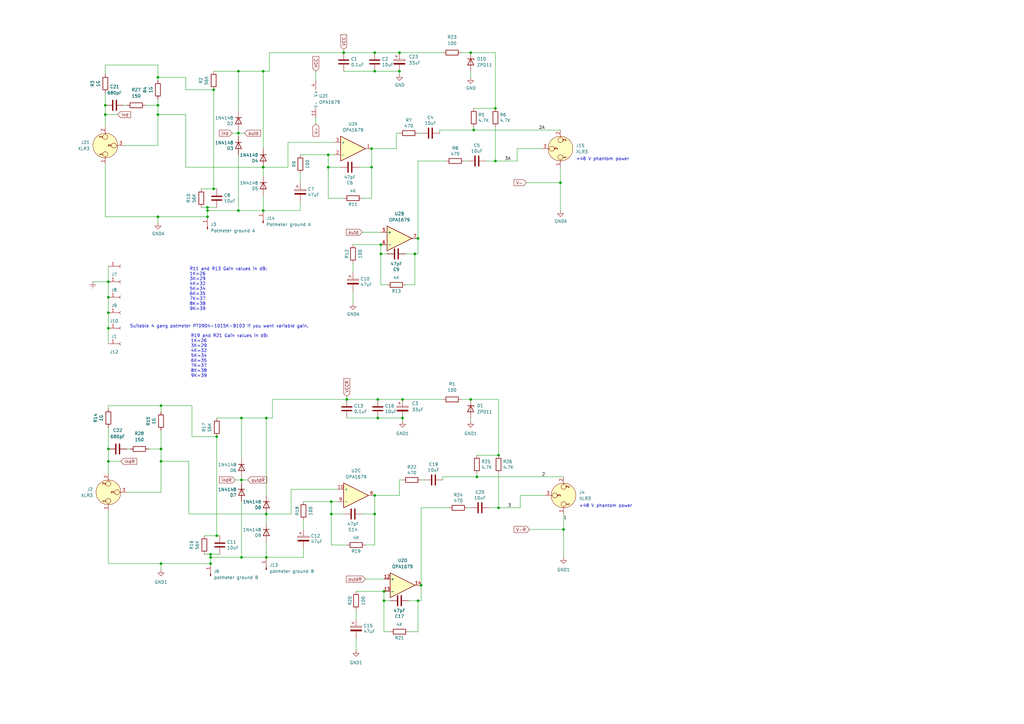
<source format=kicad_sch>
(kicad_sch (version 20231120) (generator "eeschema") (generator_version "8.0")
  (paper "A3")
  (title_block (title "High Z amplifier for piezo electric crystal") (date "27 07 2020"))
  (lib_symbols
    (symbol "Amplifier_Operational:OPA1679" (pin_names (offset 0.127))
      (property "Reference" "U" (at 0 5.08 0))
      (property "Value" "OPA1679" (at 0 -5.08 0))
      (symbol "OPA1679_1_1"
        (pin output line (at 7.62 0 180) (length 2.54) (name "~") (number "1"))
        (pin input line (at -7.62 -2.54 0) (length 2.54) (name "-") (number "2"))
        (pin input line (at -7.62 2.54 0) (length 2.54) (name "+") (number "3"))
      )
      (symbol "OPA1679_2_1"
        (pin input line (at -7.62 2.54 0) (length 2.54) (name "+") (number "5"))
        (pin input line (at -7.62 -2.54 0) (length 2.54) (name "-") (number "6"))
        (pin output line (at 7.62 0 180) (length 2.54) (name "~") (number "7"))
      )
      (symbol "OPA1679_3_1"
        (pin input line (at -7.62 2.54 0) (length 2.54) (name "+") (number "10"))
        (pin output line (at 7.62 0 180) (length 2.54) (name "~") (number "8"))
        (pin input line (at -7.62 -2.54 0) (length 2.54) (name "-") (number "9"))
      )
      (symbol "OPA1679_4_1"
        (pin input line (at -7.62 2.54 0) (length 2.54) (name "+") (number "12"))
        (pin input line (at -7.62 -2.54 0) (length 2.54) (name "-") (number "13"))
        (pin output line (at 7.62 0 180) (length 2.54) (name "~") (number "14"))
      )
      (symbol "OPA1679_5_1"
        (pin power_in line (at -2.54 -7.62 90) (length 3.81) (name "V-") (number "11"))
        (pin power_in line (at -2.54 7.62 270) (length 3.81) (name "V+") (number "4"))
      )
    )
    (symbol "Connector:Conn_01x01_Pin" (pin_names (offset 1.016) hide)
      (property "Reference" "J" (at 0 2.54 0))
      (property "Value" "Conn_01x01_Pin" (at 0 -2.54 0))
      (symbol "Conn_01x01_Pin_1_1"
        (pin passive line (at 5.08 0 180) (length 3.81) (name "Pin_1") (number "1"))
      )
    )
    (symbol "Connector_Audio:XLR3" (pin_names hide)
      (property "Reference" "J" (at 0 8.89 0))
      (property "Value" "XLR3" (at 0 6.35 0))
      (symbol "XLR3_0_1"
        (text "1" (at -3.556 1.778 0) (effects (font (size 1.016 1.016) (bold yes))))
        (text "2" (at 3.556 1.778 0) (effects (font (size 1.016 1.016) (bold yes))))
        (text "3" (at 0 -1.778 0) (effects (font (size 1.016 1.016) (bold yes))))
        (pin passive line (at -7.62 0 0) (length 2.54) (name "~") (number "1"))
        (pin passive line (at 7.62 0 180) (length 2.54) (name "~") (number "2"))
        (pin passive line (at 0 -7.62 90) (length 2.54) (name "~") (number "3"))
      )
    )
    (symbol "Device:C" (pin_numbers hide) (pin_names (offset 0.254))
      (property "Reference" "C" (at 0.635 2.54 0))
      (property "Value" "C" (at 0.635 -2.54 0))
      (symbol "C_1_1"
        (pin passive line (at 0 3.81 270) (length 2.794) (name "~") (number "1"))
        (pin passive line (at 0 -3.81 90) (length 2.794) (name "~") (number "2"))
      )
    )
    (symbol "Device:C_Polarized" (pin_numbers hide) (pin_names (offset 0.254))
      (property "Reference" "C" (at 0.635 2.54 0))
      (property "Value" "C_Polarized" (at 0.635 -2.54 0))
      (symbol "C_Polarized_1_1"
        (pin passive line (at 0 3.81 270) (length 2.794) (name "~") (number "1"))
        (pin passive line (at 0 -3.81 90) (length 2.794) (name "~") (number "2"))
      )
    )
    (symbol "Device:D" (pin_numbers hide) (pin_names (offset 1.016) hide)
      (property "Reference" "D" (at 0 2.54 0))
      (property "Value" "D" (at 0 -2.54 0))
      (symbol "D_1_1"
        (pin passive line (at -3.81 0 0) (length 2.54) (name "K") (number "1"))
        (pin passive line (at 3.81 0 180) (length 2.54) (name "A") (number "2"))
      )
    )
    (symbol "Device:R" (pin_numbers hide) (pin_names (offset 0))
      (property "Reference" "R" (at 2.032 0 90))
      (property "Value" "R" (at 0 0 90))
      (symbol "R_1_1"
        (pin passive line (at 0 3.81 270) (length 1.27) (name "~") (number "1"))
        (pin passive line (at 0 -3.81 90) (length 1.27) (name "~") (number "2"))
      )
    )
    (symbol "Diode:ZPDxx" (pin_numbers hide) (pin_names hide)
      (property "Reference" "D" (at 0 2.54 0))
      (property "Value" "ZPDxx" (at 0 -2.54 0))
      (symbol "ZPDxx_1_1"
        (pin passive line (at -3.81 0 0) (length 2.54) (name "K") (number "1"))
        (pin passive line (at 3.81 0 180) (length 2.54) (name "A") (number "2"))
      )
    )
    (symbol "double-gain-rescue:CP-Device" (pin_numbers hide) (pin_names (offset 0.254))
      (property "Reference" "C" (at 0.635 2.54 0))
      (property "Value" "Device_CP" (at 0.635 -2.54 0))
      (symbol "CP-Device_1_1"
        (pin passive line (at 0 3.81 270) (length 2.794) (name "~") (number "1"))
        (pin passive line (at 0 -3.81 90) (length 2.794) (name "~") (number "2"))
      )
    )
    (symbol "double-gain-rescue:Conn_01x01_Female-Connector" (pin_names (offset 1.016) hide)
      (property "Reference" "J" (at 0 2.54 0))
      (property "Value" "Connector_Conn_01x01_Female" (at 0 -2.54 0))
      (symbol "Conn_01x01_Female-Connector_1_1"
        (pin passive line (at -5.08 0 0) (length 3.81) (name "Pin_1") (number "1"))
      )
    )
    (symbol "double-gain-rescue:Earth-power" (power) (pin_names (offset 0))
      (symbol "Earth-power_1_1"
        (pin power_in line (at 0 0 270) (length 0) hide (name "Earth") (number "1"))
      )
    )
    (symbol "double-gain-rescue:GND-power" (power) (pin_names (offset 0))
      (property "Value" "power_GND" (at 0 -3.81 0))
      (symbol "GND-power_1_1"
        (pin power_in line (at 0 0 270) (length 0) hide (name "GND") (number "1"))
      )
    )
    (symbol "power:GND1" (power) (pin_numbers hide) (pin_names (offset 0) hide)
      (property "Value" "GND1" (at 0 -3.81 0))
      (symbol "GND1_1_1"
        (pin power_in line (at 0 0 270) (length 0) (name "~") (number "1"))
      )
    )
  )
  (junction (at 204.47 208.28))
  (junction (at 44.45 184.15))
  (junction (at 153.67 21.59))
  (junction (at 44.45 121.92))
  (junction (at 154.94 171.45))
  (junction (at 86.36 228.6))
  (junction (at 194.31 53.34))
  (junction (at 152.4 60.96))
  (junction (at 157.48 246.38))
  (junction (at 135.89 205.74))
  (junction (at 193.04 163.83))
  (junction (at 153.67 203.2))
  (junction (at 107.95 86.36))
  (junction (at 152.4 68.58))
  (junction (at 163.83 29.21))
  (junction (at 85.09 85.09))
  (junction (at 193.04 21.59))
  (junction (at 97.79 54.61))
  (junction (at 86.36 227.33))
  (junction (at 88.9 219.71))
  (junction (at 109.22 171.45))
  (junction (at 97.79 86.36))
  (junction (at 134.62 68.58))
  (junction (at 86.36 231.14))
  (junction (at 156.21 100.33))
  (junction (at 142.24 163.83))
  (junction (at 165.1 171.45))
  (junction (at 44.45 128.27))
  (junction (at 44.45 115.57))
  (junction (at 64.77 31.75))
  (junction (at 231.14 217.17))
  (junction (at 64.77 46.99))
  (junction (at 107.95 68.58))
  (junction (at 85.09 86.36))
  (junction (at 43.18 43.18))
  (junction (at 87.63 77.47))
  (junction (at 99.06 171.45))
  (junction (at 153.67 29.21))
  (junction (at 156.21 104.14))
  (junction (at 66.04 166.37))
  (junction (at 44.45 189.23))
  (junction (at 171.45 97.79))
  (junction (at 66.04 184.15))
  (junction (at 170.18 104.14))
  (junction (at 203.2 66.04))
  (junction (at 140.97 21.59))
  (junction (at 203.2 44.45))
  (junction (at 109.22 210.82))
  (junction (at 87.63 36.83))
  (junction (at 204.47 186.69))
  (junction (at 66.04 189.23))
  (junction (at 109.22 228.6))
  (junction (at 97.79 29.21))
  (junction (at 172.72 240.03))
  (junction (at 107.95 29.21))
  (junction (at 157.48 242.57))
  (junction (at 163.83 21.59))
  (junction (at 165.1 163.83))
  (junction (at 99.06 196.85))
  (junction (at 171.45 246.38))
  (junction (at 154.94 163.83))
  (junction (at 44.45 134.62))
  (junction (at 64.77 43.18))
  (junction (at 85.09 88.9))
  (junction (at 153.67 210.82))
  (junction (at 66.04 231.14))
  (junction (at 43.18 46.99))
  (junction (at 88.9 179.07))
  (junction (at 64.77 88.9))
  (junction (at 134.62 63.5))
  (junction (at 229.87 74.93))
  (junction (at 135.89 210.82))
  (junction (at 195.58 195.58))
  (junction (at 99.06 228.6))
  (wire (pts (xy 146.05 242.57) (xy 157.48 242.57)))
  (wire (pts (xy 231.14 217.17) (xy 231.14 210.82)))
  (wire (pts (xy 111.76 171.45) (xy 109.22 171.45)))
  (wire (pts (xy 144.78 111.76) (xy 144.78 107.95)))
  (wire (pts (xy 85.09 86.36) (xy 97.79 86.36)))
  (wire (pts (xy 134.62 81.28) (xy 134.62 68.58)))
  (wire (pts (xy 86.36 231.14) (xy 66.04 231.14)))
  (wire (pts (xy 166.37 116.84) (xy 170.18 116.84)))
  (wire (pts (xy 165.1 172.72) (xy 165.1 171.45)))
  (wire (pts (xy 97.79 63.5) (xy 97.79 86.36)))
  (wire (pts (xy 204.47 163.83) (xy 204.47 186.69)))
  (wire (pts (xy 137.16 58.42) (xy 118.11 58.42)))
  (wire (pts (xy 107.95 29.21) (xy 107.95 60.96)))
  (wire (pts (xy 157.48 246.38) (xy 157.48 259.08)))
  (wire (pts (xy 152.4 60.96) (xy 152.4 68.58)))
  (wire (pts (xy 140.97 21.59) (xy 140.97 20.32)))
  (wire (pts (xy 138.43 200.66) (xy 119.38 200.66)))
  (wire (pts (xy 110.49 21.59) (xy 110.49 29.21)))
  (wire (pts (xy 87.63 36.83) (xy 87.63 77.47)))
  (wire (pts (xy 149.86 237.49) (xy 157.48 237.49)))
  (wire (pts (xy 200.66 208.28) (xy 204.47 208.28)))
  (wire (pts (xy 66.04 166.37) (xy 66.04 168.91)))
  (wire (pts (xy 171.45 66.04) (xy 171.45 97.79)))
  (wire (pts (xy 142.24 171.45) (xy 154.94 171.45)))
  (wire (pts (xy 135.89 223.52) (xy 135.89 210.82)))
  (wire (pts (xy 124.46 217.17) (xy 124.46 213.36)))
  (wire (pts (xy 156.21 100.33) (xy 156.21 104.14)))
  (wire (pts (xy 129.54 48.26) (xy 129.54 50.8)))
  (wire (pts (xy 165.1 163.83) (xy 181.61 163.83)))
  (wire (pts (xy 77.47 189.23) (xy 77.47 210.82)))
  (wire (pts (xy 181.61 195.58) (xy 181.61 196.85)))
  (wire (pts (xy 134.62 63.5) (xy 137.16 63.5)))
  (wire (pts (xy 189.23 21.59) (xy 193.04 21.59)))
  (wire (pts (xy 111.76 163.83) (xy 111.76 171.45)))
  (wire (pts (xy 153.67 203.2) (xy 163.83 203.2)))
  (wire (pts (xy 107.95 80.01) (xy 107.95 86.36)))
  (wire (pts (xy 43.18 26.67) (xy 64.77 26.67)))
  (wire (pts (xy 167.64 259.08) (xy 171.45 259.08)))
  (wire (pts (xy 204.47 208.28) (xy 213.36 208.28)))
  (wire (pts (xy 180.34 53.34) (xy 180.34 54.61)))
  (wire (pts (xy 148.59 81.28) (xy 152.4 81.28)))
  (wire (pts (xy 43.18 67.31) (xy 43.18 88.9)))
  (wire (pts (xy 124.46 205.74) (xy 135.89 205.74)))
  (wire (pts (xy 123.19 82.55) (xy 123.19 86.36)))
  (wire (pts (xy 60.96 184.15) (xy 66.04 184.15)))
  (wire (pts (xy 194.31 53.34) (xy 180.34 53.34)))
  (wire (pts (xy 147.32 68.58) (xy 152.4 68.58)))
  (wire (pts (xy 231.14 228.6) (xy 231.14 217.17)))
  (wire (pts (xy 134.62 68.58) (xy 134.62 63.5)))
  (wire (pts (xy 86.36 227.33) (xy 86.36 228.6)))
  (wire (pts (xy 96.52 196.85) (xy 99.06 196.85)))
  (wire (pts (xy 123.19 74.93) (xy 123.19 71.12)))
  (wire (pts (xy 99.06 187.96) (xy 99.06 171.45)))
  (wire (pts (xy 64.77 31.75) (xy 64.77 33.02)))
  (wire (pts (xy 44.45 175.26) (xy 44.45 184.15)))
  (wire (pts (xy 118.11 58.42) (xy 118.11 68.58)))
  (wire (pts (xy 156.21 104.14) (xy 156.21 116.84)))
  (wire (pts (xy 87.63 29.21) (xy 97.79 29.21)))
  (wire (pts (xy 99.06 171.45) (xy 109.22 171.45)))
  (wire (pts (xy 99.06 195.58) (xy 99.06 196.85)))
  (wire (pts (xy 109.22 171.45) (xy 109.22 203.2)))
  (wire (pts (xy 52.07 201.93) (xy 66.04 201.93)))
  (wire (pts (xy 139.7 68.58) (xy 134.62 68.58)))
  (wire (pts (xy 107.95 72.39) (xy 107.95 68.58)))
  (wire (pts (xy 229.87 74.93) (xy 229.87 68.58)))
  (wire (pts (xy 49.53 189.23) (xy 44.45 189.23)))
  (wire (pts (xy 194.31 52.07) (xy 194.31 53.34)))
  (wire (pts (xy 153.67 21.59) (xy 163.83 21.59)))
  (wire (pts (xy 66.04 233.68) (xy 66.04 231.14)))
  (wire (pts (xy 44.45 189.23) (xy 44.45 194.31)))
  (wire (pts (xy 43.18 26.67) (xy 43.18 30.48)))
  (wire (pts (xy 88.9 219.71) (xy 83.82 219.71)))
  (wire (pts (xy 144.78 100.33) (xy 156.21 100.33)))
  (wire (pts (xy 43.18 38.1) (xy 43.18 43.18)))
  (wire (pts (xy 86.36 227.33) (xy 83.82 227.33)))
  (wire (pts (xy 140.97 210.82) (xy 135.89 210.82)))
  (wire (pts (xy 140.97 29.21) (xy 153.67 29.21)))
  (wire (pts (xy 152.4 68.58) (xy 152.4 81.28)))
  (wire (pts (xy 44.45 134.62) (xy 44.45 140.97)))
  (wire (pts (xy 66.04 189.23) (xy 66.04 201.93)))
  (wire (pts (xy 163.83 54.61) (xy 162.56 54.61)))
  (wire (pts (xy 66.04 176.53) (xy 66.04 184.15)))
  (wire (pts (xy 154.94 171.45) (xy 165.1 171.45)))
  (wire (pts (xy 146.05 261.62) (xy 146.05 266.7)))
  (wire (pts (xy 48.26 46.99) (xy 43.18 46.99)))
  (wire (pts (xy 123.19 63.5) (xy 134.62 63.5)))
  (wire (pts (xy 88.9 179.07) (xy 88.9 219.71)))
  (wire (pts (xy 146.05 254) (xy 146.05 250.19)))
  (wire (pts (xy 231.14 195.58) (xy 195.58 195.58)))
  (wire (pts (xy 109.22 222.25) (xy 109.22 228.6)))
  (wire (pts (xy 86.36 228.6) (xy 86.36 231.14)))
  (wire (pts (xy 154.94 163.83) (xy 165.1 163.83)))
  (wire (pts (xy 171.45 97.79) (xy 171.45 104.14)))
  (wire (pts (xy 97.79 29.21) (xy 107.95 29.21)))
  (wire (pts (xy 90.17 227.33) (xy 86.36 227.33)))
  (wire (pts (xy 85.09 85.09) (xy 82.55 85.09)))
  (wire (pts (xy 64.77 40.64) (xy 64.77 43.18)))
  (wire (pts (xy 66.04 184.15) (xy 66.04 189.23)))
  (wire (pts (xy 124.46 228.6) (xy 109.22 228.6)))
  (wire (pts (xy 170.18 104.14) (xy 171.45 104.14)))
  (wire (pts (xy 76.2 46.99) (xy 76.2 68.58)))
  (wire (pts (xy 44.45 166.37) (xy 44.45 167.64)))
  (wire (pts (xy 123.19 86.36) (xy 107.95 86.36)))
  (wire (pts (xy 193.04 163.83) (xy 204.47 163.83)))
  (wire (pts (xy 191.77 66.04) (xy 190.5 66.04)))
  (wire (pts (xy 142.24 223.52) (xy 135.89 223.52)))
  (wire (pts (xy 118.11 68.58) (xy 107.95 68.58)))
  (wire (pts (xy 217.17 217.17) (xy 231.14 217.17)))
  (wire (pts (xy 204.47 194.31) (xy 204.47 208.28)))
  (wire (pts (xy 90.17 219.71) (xy 88.9 219.71)))
  (wire (pts (xy 165.1 196.85) (xy 163.83 196.85)))
  (wire (pts (xy 44.45 184.15) (xy 44.45 189.23)))
  (wire (pts (xy 44.45 231.14) (xy 66.04 231.14)))
  (wire (pts (xy 97.79 54.61) (xy 97.79 55.88)))
  (wire (pts (xy 153.67 210.82) (xy 153.67 223.52)))
  (wire (pts (xy 163.83 203.2) (xy 163.83 196.85)))
  (wire (pts (xy 85.09 85.09) (xy 85.09 86.36)))
  (wire (pts (xy 154.94 163.83) (xy 142.24 163.83)))
  (wire (pts (xy 203.2 66.04) (xy 212.09 66.04)))
  (wire (pts (xy 212.09 60.96) (xy 212.09 66.04)))
  (wire (pts (xy 44.45 109.22) (xy 44.45 115.57)))
  (wire (pts (xy 50.8 43.18) (xy 52.07 43.18)))
  (wire (pts (xy 189.23 163.83) (xy 193.04 163.83)))
  (wire (pts (xy 119.38 210.82) (xy 109.22 210.82)))
  (wire (pts (xy 163.83 30.48) (xy 163.83 29.21)))
  (wire (pts (xy 163.83 21.59) (xy 181.61 21.59)))
  (wire (pts (xy 144.78 119.38) (xy 144.78 124.46)))
  (wire (pts (xy 43.18 46.99) (xy 43.18 52.07)))
  (wire (pts (xy 213.36 203.2) (xy 213.36 208.28)))
  (wire (pts (xy 78.74 179.07) (xy 88.9 179.07)))
  (wire (pts (xy 44.45 115.57) (xy 44.45 121.92)))
  (wire (pts (xy 64.77 91.44) (xy 64.77 88.9)))
  (wire (pts (xy 148.59 95.25) (xy 156.21 95.25)))
  (wire (pts (xy 195.58 186.69) (xy 204.47 186.69)))
  (wire (pts (xy 76.2 68.58) (xy 107.95 68.58)))
  (wire (pts (xy 153.67 29.21) (xy 163.83 29.21)))
  (wire (pts (xy 140.97 81.28) (xy 134.62 81.28)))
  (wire (pts (xy 203.2 52.07) (xy 203.2 66.04)))
  (wire (pts (xy 171.45 259.08) (xy 171.45 246.38)))
  (wire (pts (xy 50.8 59.69) (xy 64.77 59.69)))
  (wire (pts (xy 158.75 104.14) (xy 156.21 104.14)))
  (wire (pts (xy 109.22 228.6) (xy 99.06 228.6)))
  (wire (pts (xy 172.72 240.03) (xy 172.72 246.38)))
  (wire (pts (xy 43.18 43.18) (xy 43.18 46.99)))
  (wire (pts (xy 44.45 121.92) (xy 44.45 128.27)))
  (wire (pts (xy 77.47 210.82) (xy 109.22 210.82)))
  (wire (pts (xy 44.45 115.57) (xy 38.1 115.57)))
  (wire (pts (xy 129.54 29.21) (xy 129.54 33.02)))
  (wire (pts (xy 149.86 223.52) (xy 153.67 223.52)))
  (wire (pts (xy 86.36 228.6) (xy 99.06 228.6)))
  (wire (pts (xy 44.45 166.37) (xy 66.04 166.37)))
  (wire (pts (xy 78.74 166.37) (xy 78.74 179.07)))
  (wire (pts (xy 95.25 54.61) (xy 97.79 54.61)))
  (wire (pts (xy 167.64 246.38) (xy 171.45 246.38)))
  (wire (pts (xy 64.77 43.18) (xy 64.77 46.99)))
  (wire (pts (xy 157.48 259.08) (xy 160.02 259.08)))
  (wire (pts (xy 199.39 66.04) (xy 203.2 66.04)))
  (wire (pts (xy 64.77 26.67) (xy 64.77 31.75)))
  (wire (pts (xy 203.2 44.45) (xy 203.2 21.59)))
  (wire (pts (xy 85.09 86.36) (xy 85.09 88.9)))
  (wire (pts (xy 99.06 205.74) (xy 99.06 228.6)))
  (wire (pts (xy 64.77 46.99) (xy 76.2 46.99)))
  (wire (pts (xy 172.72 54.61) (xy 171.45 54.61)))
  (wire (pts (xy 172.72 208.28) (xy 172.72 240.03)))
  (wire (pts (xy 109.22 214.63) (xy 109.22 210.82)))
  (wire (pts (xy 153.67 203.2) (xy 153.67 210.82)))
  (wire (pts (xy 44.45 209.55) (xy 44.45 231.14)))
  (wire (pts (xy 100.33 54.61) (xy 97.79 54.61)))
  (wire (pts (xy 101.6 196.85) (xy 99.06 196.85)))
  (wire (pts (xy 223.52 203.2) (xy 213.36 203.2)))
  (wire (pts (xy 193.04 171.45) (xy 193.04 172.72)))
  (wire (pts (xy 124.46 224.79) (xy 124.46 228.6)))
  (wire (pts (xy 119.38 200.66) (xy 119.38 210.82)))
  (wire (pts (xy 193.04 21.59) (xy 203.2 21.59)))
  (wire (pts (xy 135.89 210.82) (xy 135.89 205.74)))
  (wire (pts (xy 156.21 116.84) (xy 158.75 116.84)))
  (wire (pts (xy 222.25 60.96) (xy 212.09 60.96)))
  (wire (pts (xy 88.9 85.09) (xy 85.09 85.09)))
  (wire (pts (xy 97.79 53.34) (xy 97.79 54.61)))
  (wire (pts (xy 87.63 77.47) (xy 82.55 77.47)))
  (wire (pts (xy 157.48 242.57) (xy 157.48 246.38)))
  (wire (pts (xy 148.59 210.82) (xy 153.67 210.82)))
  (wire (pts (xy 111.76 163.83) (xy 142.24 163.83)))
  (wire (pts (xy 170.18 116.84) (xy 170.18 104.14)))
  (wire (pts (xy 64.77 46.99) (xy 64.77 59.69)))
  (wire (pts (xy 193.04 208.28) (xy 191.77 208.28)))
  (wire (pts (xy 215.9 74.93) (xy 229.87 74.93)))
  (wire (pts (xy 110.49 29.21) (xy 107.95 29.21)))
  (wire (pts (xy 52.07 184.15) (xy 53.34 184.15)))
  (wire (pts (xy 66.04 189.23) (xy 77.47 189.23)))
  (wire (pts (xy 195.58 194.31) (xy 195.58 195.58)))
  (wire (pts (xy 173.99 196.85) (xy 172.72 196.85)))
  (wire (pts (xy 229.87 86.36) (xy 229.87 74.93)))
  (wire (pts (xy 160.02 246.38) (xy 157.48 246.38)))
  (wire (pts (xy 152.4 60.96) (xy 162.56 60.96)))
  (wire (pts (xy 64.77 31.75) (xy 76.2 31.75)))
  (wire (pts (xy 88.9 171.45) (xy 99.06 171.45)))
  (wire (pts (xy 110.49 21.59) (xy 140.97 21.59)))
  (wire (pts (xy 76.2 36.83) (xy 87.63 36.83)))
  (wire (pts (xy 171.45 246.38) (xy 172.72 246.38)))
  (wire (pts (xy 162.56 60.96) (xy 162.56 54.61)))
  (wire (pts (xy 76.2 31.75) (xy 76.2 36.83)))
  (wire (pts (xy 142.24 163.83) (xy 142.24 162.56)))
  (wire (pts (xy 99.06 196.85) (xy 99.06 198.12)))
  (wire (pts (xy 97.79 45.72) (xy 97.79 29.21)))
  (wire (pts (xy 229.87 53.34) (xy 194.31 53.34)))
  (wire (pts (xy 85.09 88.9) (xy 64.77 88.9)))
  (wire (pts (xy 43.18 88.9) (xy 64.77 88.9)))
  (wire (pts (xy 193.04 29.21) (xy 193.04 31.75)))
  (wire (pts (xy 182.88 66.04) (xy 171.45 66.04)))
  (wire (pts (xy 195.58 195.58) (xy 181.61 195.58)))
  (wire (pts (xy 107.95 86.36) (xy 97.79 86.36)))
  (wire (pts (xy 184.15 208.28) (xy 172.72 208.28)))
  (wire (pts (xy 44.45 128.27) (xy 44.45 134.62)))
  (wire (pts (xy 88.9 77.47) (xy 87.63 77.47)))
  (wire (pts (xy 66.04 166.37) (xy 78.74 166.37)))
  (wire (pts (xy 166.37 104.14) (xy 170.18 104.14)))
  (wire (pts (xy 59.69 43.18) (xy 64.77 43.18)))
  (wire (pts (xy 135.89 205.74) (xy 138.43 205.74)))
  (wire (pts (xy 194.31 44.45) (xy 203.2 44.45)))
  (wire (pts (xy 153.67 21.59) (xy 140.97 21.59)))
  (text "Suitable 4 gang potmeter PTD904-1015K-B103 if you want variable gain." (at 89.916 133.858 0) (effects (font (size 1.27 1.27))))
  (text "+48 V phantom power" (at 237.49 208.28 0) (effects (font (size 1.27 1.27)) (justify left bottom)))
  (text "+48 V phantom power" (at 236.22 66.04 0) (effects (font (size 1.27 1.27)) (justify left bottom)))
  (text "R19 and R21 Gain values in dB:\n1K=26\n3K=29\n4K=32\n5K=34\n6K=35\n7K=37\n8K=38\n9K=39" (at 78.232 154.94 0) (effects (font (size 1.27 1.27)) (justify left bottom)))
  (text "R11 and R13 Gain values in dB:\n1K=26\n3K=29\n4K=32\n5K=34\n6K=35\n7K=37\n8K=38\n9K=39" (at 77.724 127.508 0) (effects (font (size 1.27 1.27)) (justify left bottom)))
  (label "2" (at 222.25 195.58 0))
  (label "1" (at 231.14 213.36 0))
  (label "3" (at 208.28 208.28 0))
  (label "2A" (at 220.98 53.34 0))
  (label "3A" (at 207.01 66.04 0))
  (global_label "ind" (shape input) (at 95.25 54.61 180) (property "Intersheetrefs" "${INTERSHEET_REFS}" (effects (hide yes))))
  (global_label "outd" (shape input) (at 100.33 54.61 0) (property "Intersheetrefs" "${INTERSHEET_REFS}" (effects (hide yes))))
  (global_label "V-" (shape input) (at 129.54 50.8 270) (property "Intersheetrefs" "${INTERSHEET_REFS}" (effects (hide yes))))
  (global_label "indR" (shape input) (at 49.53 189.23 0) (property "Intersheetrefs" "${INTERSHEET_REFS}" (effects (hide yes))))
  (global_label "outd" (shape input) (at 148.59 95.25 180) (property "Intersheetrefs" "${INTERSHEET_REFS}" (effects (hide yes))))
  (global_label "V-" (shape input) (at 215.9 74.93 180) (property "Intersheetrefs" "${INTERSHEET_REFS}" (effects (hide yes))))
  (global_label "V-R" (shape input) (at 217.17 217.17 180) (property "Intersheetrefs" "${INTERSHEET_REFS}" (effects (hide yes))))
  (global_label "ind" (shape input) (at 48.26 46.99 0) (property "Intersheetrefs" "${INTERSHEET_REFS}" (effects (hide yes))))
  (global_label "outdR" (shape input) (at 101.6 196.85 0) (property "Intersheetrefs" "${INTERSHEET_REFS}" (effects (hide yes))))
  (global_label "VCC" (shape input) (at 129.54 29.21 90) (property "Intersheetrefs" "${INTERSHEET_REFS}" (effects (hide yes))))
  (global_label "outdR" (shape input) (at 149.86 237.49 180) (property "Intersheetrefs" "${INTERSHEET_REFS}" (effects (hide yes))))
  (global_label "VCCR" (shape input) (at 142.24 162.56 90) (property "Intersheetrefs" "${INTERSHEET_REFS}" (effects (hide yes))))
  (global_label "VCC" (shape input) (at 140.97 20.32 90) (property "Intersheetrefs" "${INTERSHEET_REFS}" (effects (hide yes))))
  (global_label "indR" (shape input) (at 96.52 196.85 180) (property "Intersheetrefs" "${INTERSHEET_REFS}" (effects (hide yes))))
  (symbol (lib_id "Device:C") (at 176.53 54.61 270) (unit 1)
    (property "Reference" "C4" (at 176.53 48.2092 90))
    (property "Value" "10uF" (at 176.53 50.5206 90))
    (property "Footprint" "Capacitor_THT:C_Rect_L18.0mm_W9.0mm_P15.00mm_FKS3_FKP3" (effects (hide yes)))
    (property "mfr" "  B32522C0106K000" (effects (hide yes)))
  )
  (symbol (lib_id "Device:R") (at 167.64 54.61 270) (unit 1)
    (property "Reference" "R7" (at 167.64 49.3522 90))
    (property "Value" "470" (at 167.64 51.6636 90))
    (property "Footprint" "Resistor_THT:R_Axial_DIN0204_L3.6mm_D1.6mm_P5.08mm_Horizontal" (effects (hide yes)))
    (property "mfr" "  MFR-25FTE52-470R" (effects (hide yes)))
  )
  (symbol (lib_id "Device:R") (at 186.69 66.04 270) (unit 1)
    (property "Reference" "R8" (at 186.69 60.7822 90))
    (property "Value" "470" (at 186.69 63.0936 90))
    (property "Footprint" "Resistor_THT:R_Axial_DIN0204_L3.6mm_D1.6mm_P5.08mm_Horizontal" (effects (hide yes)))
    (property "mfr" "  MFR-25FTE52-470R" (effects (hide yes)))
  )
  (symbol (lib_id "Device:C") (at 195.58 66.04 270) (unit 1)
    (property "Reference" "C5" (at 195.58 59.6392 90))
    (property "Value" "10uF" (at 195.58 61.9506 90))
    (property "Footprint" "Capacitor_THT:C_Rect_L18.0mm_W9.0mm_P15.00mm_FKS3_FKP3" (effects (hide yes)))
    (property "mfr" "  B32522C0106K000" (effects (hide yes)))
  )
  (symbol (lib_id "Device:R") (at 144.78 81.28 270) (unit 1)
    (property "Reference" "R11" (at 144.78 83.82 90))
    (property "Value" "4K" (at 144.78 78.3336 90))
    (property "Footprint" "Resistor_THT:R_Axial_DIN0204_L3.6mm_D1.6mm_P5.08mm_Horizontal" (effects (hide yes)))
    (property "mfr" "  RN60D4001FRE6" (effects (hide yes)))
  )
  (symbol (lib_id "double-gain-rescue:GND-power") (at 229.87 86.36 0) (unit 1)
    (property "Reference" "#PWR03" (effects (hide yes)))
    (property "Value" "GNDA" (at 229.997 90.7542 0))
  )
  (symbol (lib_id "Device:R") (at 194.31 48.26 0) (unit 1)
    (property "Reference" "R5" (at 196.088 47.0916 0) (effects (justify left)))
    (property "Value" "4.7K" (at 196.088 49.403 0) (effects (justify left)))
    (property "Footprint" "Resistor_THT:R_Axial_DIN0204_L3.6mm_D1.6mm_P5.08mm_Horizontal" (effects (hide yes)))
    (property "mfr" "  RNMF14FTC4K70" (effects (hide yes)))
  )
  (symbol (lib_id "Device:R") (at 203.2 48.26 0) (unit 1)
    (property "Reference" "R6" (at 204.978 47.0916 0) (effects (justify left)))
    (property "Value" "4.7K" (at 204.978 49.403 0) (effects (justify left)))
    (property "Footprint" "Resistor_THT:R_Axial_DIN0204_L3.6mm_D1.6mm_P5.08mm_Horizontal" (effects (hide yes)))
    (property "mfr" "  RNMF14FTC4K70" (effects (hide yes)))
  )
  (symbol (lib_id "double-gain-rescue:GND-power") (at 193.04 31.75 0) (unit 1)
    (property "Reference" "#PWR02" (effects (hide yes)))
    (property "Value" "GND" (at 193.167 36.1442 0))
  )
  (symbol (lib_id "double-gain-rescue:GND-power") (at 163.83 30.48 0) (unit 1)
    (property "Reference" "#PWR01" (effects (hide yes)))
    (property "Value" "GND" (at 163.957 34.8742 0))
  )
  (symbol (lib_id "Device:C") (at 140.97 25.4 0) (unit 1)
    (property "Reference" "C1" (at 143.891 24.2316 0) (effects (justify left)))
    (property "Value" "0.1uF" (at 143.891 26.543 0) (effects (justify left)))
    (property "Footprint" "Capacitor_THT:C_Disc_D5.0mm_W2.5mm_P2.50mm" (effects (hide yes)))
    (property "mfr" "  TAP104K050SCS" (effects (hide yes)))
  )
  (symbol (lib_id "Device:C") (at 153.67 25.4 0) (unit 1)
    (property "Reference" "C2" (at 156.591 24.2316 0) (effects (justify left)))
    (property "Value" "10uF" (at 156.591 26.543 0) (effects (justify left)))
    (property "Footprint" "Capacitor_THT:C_Rect_L18.0mm_W9.0mm_P15.00mm_FKS3_FKP3" (effects (hide yes)))
    (property "mfr" "  B32522C0106K000" (effects (hide yes)))
  )
  (symbol (lib_id "double-gain-rescue:Conn_01x01_Female-Connector") (at 49.53 109.22 0) (unit 1)
    (property "Reference" "J7" (at 46.7868 112.5982 0))
    (property "Value" "Conn_01x01_Female" (effects (hide yes)))
    (property "Footprint" "MountingHole:MountingHole_2.2mm_M2_ISO7380_Pad" (effects (hide yes)))
  )
  (symbol (lib_id "double-gain-rescue:Conn_01x01_Female-Connector") (at 49.53 115.57 0) (unit 1)
    (property "Reference" "J8" (at 46.7868 118.9482 0))
    (property "Value" "Conn_01x01_Female" (effects (hide yes)))
    (property "Footprint" "MountingHole:MountingHole_2.2mm_M2_ISO7380_Pad" (effects (hide yes)))
  )
  (symbol (lib_id "double-gain-rescue:Conn_01x01_Female-Connector") (at 49.53 121.92 0) (unit 1)
    (property "Reference" "J9" (at 46.7868 125.2982 0))
    (property "Value" "Conn_01x01_Female" (effects (hide yes)))
    (property "Footprint" "MountingHole:MountingHole_2.2mm_M2_ISO7380_Pad" (effects (hide yes)))
  )
  (symbol (lib_id "Device:R") (at 64.77 36.83 0) (unit 1)
    (property "Reference" "R4" (at 59.5122 36.83 90))
    (property "Value" "1G" (at 61.8236 36.83 90))
    (property "Footprint" "Resistor_THT:R_Axial_DIN0204_L3.6mm_D1.6mm_P5.08mm_Horizontal" (effects (hide yes)))
    (property "mfr" "  RGP0207CHK1G0" (effects (hide yes)))
  )
  (symbol (lib_id "double-gain-rescue:Conn_01x01_Female-Connector") (at 49.53 128.27 0) (unit 1)
    (property "Reference" "J10" (at 46.7868 131.6482 0))
    (property "Value" "Conn_01x01_Female" (effects (hide yes)))
    (property "Footprint" "MountingHole:MountingHole_2.2mm_M2_ISO7380_Pad" (effects (hide yes)))
  )
  (symbol (lib_id "Device:D") (at 107.95 76.2 270) (unit 1)
    (property "Reference" "D5" (at 105.918 77.3684 90) (effects (justify right)))
    (property "Value" "1N4148" (at 105.918 75.057 90) (effects (justify right)))
    (property "Footprint" "Diode_THT:D_DO-35_SOD27_P7.62mm_Horizontal" (effects (hide yes)))
    (property "mfr" "  1N4148" (effects (hide yes)))
  )
  (symbol (lib_id "Device:R") (at 43.18 34.29 0) (unit 1)
    (property "Reference" "R3" (at 37.9222 34.29 90))
    (property "Value" "1G" (at 40.2336 34.29 90))
    (property "Footprint" "Resistor_THT:R_Axial_DIN0204_L3.6mm_D1.6mm_P5.08mm_Horizontal" (effects (hide yes)))
    (property "mfr" "  RGP0207CHK1G0" (effects (hide yes)))
  )
  (symbol (lib_id "Device:R") (at 162.56 116.84 270) (unit 1)
    (property "Reference" "R13" (at 162.56 119.38 90))
    (property "Value" "4K" (at 162.56 113.8936 90))
    (property "Footprint" "Resistor_THT:R_Axial_DIN0204_L3.6mm_D1.6mm_P5.08mm_Horizontal" (effects (hide yes)))
    (property "mfr" "  RN60D4001FRE6" (effects (hide yes)))
  )
  (symbol (lib_id "Device:R") (at 87.63 33.02 0) (unit 1)
    (property "Reference" "R2" (at 82.3722 33.02 90))
    (property "Value" "56K" (at 84.6836 33.02 90))
    (property "Footprint" "Resistor_THT:R_Axial_DIN0204_L3.6mm_D1.6mm_P5.08mm_Horizontal" (effects (hide yes)))
    (property "mfr" "  RNMF14FTC56K0" (effects (hide yes)))
  )
  (symbol (lib_id "Device:R") (at 82.55 81.28 0) (unit 1)
    (property "Reference" "R10" (at 77.2922 81.28 90))
    (property "Value" "56K" (at 79.6036 81.28 90))
    (property "Footprint" "Resistor_THT:R_Axial_DIN0204_L3.6mm_D1.6mm_P5.08mm_Horizontal" (effects (hide yes)))
    (property "mfr" "  RNMF14FTC56K0" (effects (hide yes)))
  )
  (symbol (lib_id "Device:C") (at 88.9 81.28 0) (unit 1)
    (property "Reference" "C8" (at 91.821 80.1116 0) (effects (justify left)))
    (property "Value" "10uF" (at 91.821 82.423 0) (effects (justify left)))
    (property "Footprint" "Capacitor_THT:C_Rect_L18.0mm_W9.0mm_P15.00mm_FKS3_FKP3" (effects (hide yes)))
    (property "mfr" "  B32522C0106K000" (effects (hide yes)))
  )
  (symbol (lib_id "Device:D") (at 107.95 64.77 270) (unit 1)
    (property "Reference" "D4" (at 105.918 65.9384 90) (effects (justify right)))
    (property "Value" "1N4148" (at 105.918 63.627 90) (effects (justify right)))
    (property "Footprint" "Diode_THT:D_DO-35_SOD27_P7.62mm_Horizontal" (effects (hide yes)))
    (property "mfr" "  1N4148" (effects (hide yes)))
  )
  (symbol (lib_id "double-gain-rescue:Earth-power") (at 38.1 115.57 0) (unit 1)
    (property "Reference" "#PWR05" (effects (hide yes)))
    (property "Value" "Earth" (effects (hide yes)))
  )
  (symbol (lib_id "Device:R") (at 123.19 67.31 180) (unit 1)
    (property "Reference" "R9" (at 120.65 67.31 90))
    (property "Value" "100" (at 126.1364 67.31 90))
    (property "Footprint" "Resistor_THT:R_Axial_DIN0204_L3.6mm_D1.6mm_P5.08mm_Horizontal" (effects (hide yes)))
    (property "mfr" "  YR1B100RCC" (effects (hide yes)))
  )
  (symbol (lib_id "Device:D") (at 97.79 49.53 270) (unit 1)
    (property "Reference" "D2" (at 95.758 50.6984 90) (effects (justify right)))
    (property "Value" "1N4148" (at 95.758 48.387 90) (effects (justify right)))
    (property "Footprint" "Diode_THT:D_DO-35_SOD27_P7.62mm_Horizontal" (effects (hide yes)))
    (property "mfr" "  1N4148" (effects (hide yes)))
  )
  (symbol (lib_id "Device:D") (at 97.79 59.69 270) (unit 1)
    (property "Reference" "D3" (at 95.758 60.8584 90) (effects (justify right)))
    (property "Value" "1N4148" (at 95.758 58.547 90) (effects (justify right)))
    (property "Footprint" "Diode_THT:D_DO-35_SOD27_P7.62mm_Horizontal" (effects (hide yes)))
    (property "mfr" "  1N4148" (effects (hide yes)))
  )
  (symbol (lib_id "double-gain-rescue:GND-power") (at 64.77 91.44 0) (unit 1)
    (property "Reference" "#PWR04" (effects (hide yes)))
    (property "Value" "GNDA" (at 64.897 95.8342 0))
  )
  (symbol (lib_id "Device:R") (at 144.78 104.14 180) (unit 1)
    (property "Reference" "R12" (at 142.24 104.14 90))
    (property "Value" "100" (at 147.7264 104.14 90))
    (property "Footprint" "Resistor_THT:R_Axial_DIN0204_L3.6mm_D1.6mm_P5.08mm_Horizontal" (effects (hide yes)))
    (property "mfr" "  YR1B100RCC" (effects (hide yes)))
  )
  (symbol (lib_id "double-gain-rescue:GND-power") (at 144.78 124.46 0) (unit 1)
    (property "Reference" "#PWR06" (effects (hide yes)))
    (property "Value" "GNDA" (at 144.907 128.8542 0))
  )
  (symbol (lib_id "Device:C") (at 143.51 68.58 90) (unit 1)
    (property "Reference" "C6" (at 143.51 74.9808 90))
    (property "Value" "47pF" (at 143.51 72.6694 90))
    (property "Footprint" "Capacitor_THT:C_Rect_L7.2mm_W4.5mm_P5.00mm_FKS2_FKP2_MKS2_MKP2" (effects (hide yes)))
    (property "mfr" "  FKP2O100471D00KSSD" (effects (hide yes)))
  )
  (symbol (lib_id "Device:C") (at 162.56 104.14 90) (unit 1)
    (property "Reference" "C9" (at 162.56 110.5408 90))
    (property "Value" "47pF" (at 162.56 108.2294 90))
    (property "Footprint" "Capacitor_THT:C_Rect_L7.2mm_W4.5mm_P5.00mm_FKS2_FKP2_MKS2_MKP2" (effects (hide yes)))
    (property "mfr" "  FKP2O100471D00KSSD" (effects (hide yes)))
  )
  (symbol (lib_id "double-gain-rescue:CP-Device") (at 123.19 78.74 0) (unit 1)
    (property "Reference" "C7" (at 126.1872 77.5716 0) (effects (justify left)))
    (property "Value" "47uF" (at 126.1872 79.883 0) (effects (justify left)))
    (property "Footprint" "Capacitor_THT:CP_Radial_D8.0mm_P3.50mm" (effects (hide yes)))
    (property "mfr" "  ECA-2AM470BJ" (effects (hide yes)))
  )
  (symbol (lib_id "double-gain-rescue:CP-Device") (at 144.78 115.57 0) (unit 1)
    (property "Reference" "C10" (at 147.7772 114.4016 0) (effects (justify left)))
    (property "Value" "47uF" (at 147.7772 116.713 0) (effects (justify left)))
    (property "Footprint" "Capacitor_THT:CP_Radial_D8.0mm_P3.50mm" (effects (hide yes)))
    (property "mfr" "  ECA-2AM470BJ" (effects (hide yes)))
  )
  (symbol (lib_id "Device:R") (at 55.88 43.18 90) (unit 1)
    (property "Reference" "R27" (at 55.88 36.83 90))
    (property "Value" "150" (at 55.88 39.37 90))
    (property "Footprint" "Resistor_THT:R_Axial_DIN0204_L3.6mm_D1.6mm_P5.08mm_Horizontal" (effects (hide yes)))
    (property "Description" "Resistor" (effects (hide yes)))
    (property "mfr" "  RNF14FTD150R" (effects (hide yes)))
  )
  (symbol (lib_id "power:GND1") (at 165.1 172.72 0) (unit 1)
    (property "Reference" "#PWR08" (effects (hide yes)))
    (property "Value" "GND1" (at 165.1 177.8 0))
    (property "Description" "Power symbol creates a global label with name \"GND1\" , ground" (effects (hide yes)))
  )
  (symbol (lib_id "power:GND1") (at 66.04 233.68 0) (unit 1)
    (property "Reference" "#PWR013" (effects (hide yes)))
    (property "Value" "GND1" (at 66.04 238.76 0))
    (property "Description" "Power symbol creates a global label with name \"GND1\" , ground" (effects (hide yes)))
  )
  (symbol (lib_id "Device:R") (at 146.05 246.38 180) (unit 1)
    (property "Reference" "R20" (at 143.51 246.38 90))
    (property "Value" "100" (at 148.9964 246.38 90))
    (property "Footprint" "Resistor_THT:R_Axial_DIN0204_L3.6mm_D1.6mm_P5.08mm_Horizontal" (effects (hide yes)))
    (property "mfr" "  YR1B100RCC" (effects (hide yes)))
  )
  (symbol (lib_id "Device:R") (at 66.04 172.72 0) (unit 1)
    (property "Reference" "R15" (at 60.7822 172.72 90))
    (property "Value" "1G" (at 63.0936 172.72 90))
    (property "Footprint" "Resistor_THT:R_Axial_DIN0204_L3.6mm_D1.6mm_P5.08mm_Horizontal" (effects (hide yes)))
    (property "mfr" "  RGP0207CHK1G0" (effects (hide yes)))
  )
  (symbol (lib_id "Connector_Audio:XLR3") (at 44.45 201.93 90) (unit 1)
    (property "Reference" "J2" (at 38.1 200.6599 90) (effects (justify left)))
    (property "Value" "XLR3" (at 38.1 203.1999 90) (effects (justify left)))
    (property "Footprint" "Connector_Wire:SolderWire-0.25sqmm_1x03_P4.5mm_D0.65mm_OD2mm" (effects (hide yes)))
    (property "Description" "XLR Connector, Male or Female, 3 Pins" (effects (hide yes)))
  )
  (symbol (lib_id "Device:R") (at 204.47 190.5 0) (unit 1)
    (property "Reference" "R26" (at 206.248 189.3316 0) (effects (justify left)))
    (property "Value" "4.7K" (at 206.248 191.643 0) (effects (justify left)))
    (property "Footprint" "Resistor_THT:R_Axial_DIN0204_L3.6mm_D1.6mm_P5.08mm_Horizontal" (effects (hide yes)))
    (property "mfr" "  RNMF14FTC4K70" (effects (hide yes)))
  )
  (symbol (lib_id "Device:C_Polarized") (at 163.83 25.4 0) (unit 1)
    (property "Reference" "C23" (at 167.64 23.2409 0) (effects (justify left)))
    (property "Value" "33uF" (at 167.64 25.7809 0) (effects (justify left)))
    (property "Footprint" "Capacitor_THT:CP_Radial_D5.0mm_P2.00mm" (effects (hide yes)))
    (property "Description" "Polarized capacitor" (effects (hide yes)))
    (property "mfr" "  860010672011" (effects (hide yes)))
  )
  (symbol (lib_id "Device:C") (at 163.83 246.38 90) (unit 1)
    (property "Reference" "C17" (at 163.83 252.7808 90))
    (property "Value" "47pF" (at 163.83 250.4694 90))
    (property "Footprint" "Capacitor_THT:C_Rect_L7.2mm_W4.5mm_P5.00mm_FKS2_FKP2_MKS2_MKP2" (effects (hide yes)))
    (property "mfr" "  FKP2O100471D00KSSD" (effects (hide yes)))
  )
  (symbol (lib_id "Device:C_Polarized") (at 165.1 167.64 0) (unit 1)
    (property "Reference" "C3" (at 168.91 165.4809 0) (effects (justify left)))
    (property "Value" "33uF" (at 168.91 168.0209 0) (effects (justify left)))
    (property "Footprint" "Capacitor_THT:CP_Radial_D5.0mm_P2.00mm" (effects (hide yes)))
    (property "Description" "Polarized capacitor" (effects (hide yes)))
    (property "mfr" "  860010672011" (effects (hide yes)))
  )
  (symbol (lib_id "power:GND1") (at 231.14 228.6 0) (unit 1)
    (property "Reference" "#PWR011" (effects (hide yes)))
    (property "Value" "GND1" (at 231.14 233.68 0))
    (property "Description" "Power symbol creates a global label with name \"GND1\" , ground" (effects (hide yes)))
  )
  (symbol (lib_id "double-gain-rescue:Conn_01x01_Female-Connector") (at 49.53 140.97 0) (unit 1)
    (property "Reference" "J12" (at 46.7868 144.3482 0))
    (property "Value" "Conn_01x01_Female" (effects (hide yes)))
    (property "Footprint" "MountingHole:MountingHole_2.2mm_M2_ISO7380_Pad" (effects (hide yes)))
  )
  (symbol (lib_id "Amplifier_Operational:OPA1679") (at 163.83 97.79 0) (unit 2)
    (property "Reference" "U2" (at 163.83 87.63 0))
    (property "Value" "OPA1679" (at 163.83 90.17 0))
    (property "Footprint" "Package_SO:SOIC-14_3.9x8.7mm_P1.27mm" (effects (hide yes)))
    (property "Datasheet" "http://www.ti.com/lit/ds/symlink/opa1678.pdf" (effects (hide yes)))
    (property "Description" "Low-Distortion Audio Operational Amplifiers, SOIC-14/TSSOP-14" (effects (hide yes)))
    (property "mfr" "OPA1679IDR" (effects (hide yes)))
  )
  (symbol (lib_id "double-gain-rescue:Conn_01x01_Female-Connector") (at 49.53 134.62 0) (unit 1)
    (property "Reference" "J1" (at 46.7868 137.9982 0))
    (property "Value" "Conn_01x01_Female" (effects (hide yes)))
    (property "Footprint" "MountingHole:MountingHole_2.2mm_M2_ISO7380_Pad" (effects (hide yes)))
  )
  (symbol (lib_id "Device:R") (at 57.15 184.15 90) (unit 1)
    (property "Reference" "R28" (at 57.15 177.8 90))
    (property "Value" "150" (at 57.15 180.34 90))
    (property "Footprint" "Resistor_THT:R_Axial_DIN0204_L3.6mm_D1.6mm_P5.08mm_Horizontal" (effects (hide yes)))
    (property "Description" "Resistor" (effects (hide yes)))
    (property "mfr" "  RNF14FTD150R" (effects (hide yes)))
  )
  (symbol (lib_id "Device:C") (at 46.99 43.18 90) (unit 1)
    (property "Reference" "C21" (at 46.99 35.56 90))
    (property "Value" "680pF" (at 46.99 38.1 90))
    (property "Footprint" "Capacitor_THT:C_Rect_L7.0mm_W4.5mm_P5.00mm" (effects (hide yes)))
    (property "Description" "Unpolarized capacitor" (effects (hide yes)))
    (property "mfr" "  FKP2D006801D00KSSD" (effects (hide yes)))
  )
  (symbol (lib_id "Connector_Audio:XLR3") (at 231.14 203.2 270) (mirror x) (unit 1)
    (property "Reference" "J4" (at 237.49 201.9299 90) (effects (justify left)))
    (property "Value" "XLR3" (at 237.49 204.4699 90) (effects (justify left)))
    (property "Footprint" "Connector_Wire:SolderWire-0.25sqmm_1x03_P4.5mm_D0.65mm_OD2mm" (effects (hide yes)))
    (property "Description" "XLR Connector, Male or Female, 3 Pins" (effects (hide yes)))
  )
  (symbol (lib_id "Device:D") (at 109.22 207.01 270) (unit 1)
    (property "Reference" "D8" (at 107.188 208.1784 90) (effects (justify right)))
    (property "Value" "1N4148" (at 107.188 205.867 90) (effects (justify right)))
    (property "Footprint" "Diode_THT:D_DO-35_SOD27_P7.62mm_Horizontal" (effects (hide yes)))
    (property "mfr" "  1N4148" (effects (hide yes)))
  )
  (symbol (lib_id "Diode:ZPDxx") (at 193.04 167.64 270) (unit 1)
    (property "Reference" "D1" (at 195.58 166.3699 90) (effects (justify left)))
    (property "Value" "ZPD11" (at 195.58 168.9099 90) (effects (justify left)))
    (property "Footprint" "Diode_THT:D_DO-35_SOD27_P10.16mm_Horizontal" (effects (hide yes)))
    (property "Datasheet" "http://diotec.com/tl_files/diotec/files/pdf/datasheets/zpd1" (effects (hide yes)))
    (property "Description" "500mW Zener Diode, DO-35" (effects (hide yes)))
    (property "mfr" "  ZPD11" (effects (hide yes)))
  )
  (symbol (lib_id "Device:C") (at 48.26 184.15 90) (unit 1)
    (property "Reference" "C22" (at 48.26 176.53 90))
    (property "Value" "680pF" (at 48.26 179.07 90))
    (property "Footprint" "Capacitor_THT:C_Rect_L7.0mm_W4.5mm_P5.00mm" (effects (hide yes)))
    (property "Description" "Unpolarized capacitor" (effects (hide yes)))
    (property "mfr" "  FKP2D006801D00KSSD" (effects (hide yes)))
  )
  (symbol (lib_id "Connector:Conn_01x01_Pin") (at 86.36 236.22 90) (unit 1)
    (property "Reference" "J6" (at 87.63 234.3149 90) (effects (justify right)))
    (property "Value" "potmeter ground B" (at 87.63 236.8549 90) (effects (justify right)))
    (property "Footprint" "Connector_PinHeader_1.00mm:PinHeader_1x01_P1.00mm_Vertical" (effects (hide yes)))
    (property "Description" "Generic connector, single row, 01x01, script generated" (effects (hide yes)))
  )
  (symbol (lib_id "Connector_Audio:XLR3") (at 43.18 59.69 90) (unit 1)
    (property "Reference" "J21" (at 36.83 58.4199 90) (effects (justify left)))
    (property "Value" "XLR3" (at 36.83 60.9599 90) (effects (justify left)))
    (property "Footprint" "Connector_Wire:SolderWire-0.25sqmm_1x03_P4.5mm_D0.65mm_OD2mm" (effects (hide yes)))
    (property "Description" "XLR Connector, Male or Female, 3 Pins" (effects (hide yes)))
  )
  (symbol (lib_id "double-gain-rescue:CP-Device") (at 146.05 257.81 0) (unit 1)
    (property "Reference" "C15" (at 149.0472 256.6416 0) (effects (justify left)))
    (property "Value" "47uF" (at 149.0472 258.953 0) (effects (justify left)))
    (property "Footprint" "Capacitor_THT:CP_Radial_D8.0mm_P3.50mm" (effects (hide yes)))
    (property "mfr" "  ECA-2AM470BJ" (effects (hide yes)))
  )
  (symbol (lib_id "Device:R") (at 124.46 209.55 180) (unit 1)
    (property "Reference" "R18" (at 121.92 209.55 90))
    (property "Value" "100" (at 127.4064 209.55 90))
    (property "Footprint" "Resistor_THT:R_Axial_DIN0204_L3.6mm_D1.6mm_P5.08mm_Horizontal" (effects (hide yes)))
    (property "mfr" "  YR1B100RCC" (effects (hide yes)))
  )
  (symbol (lib_id "Device:R") (at 185.42 163.83 90) (unit 1)
    (property "Reference" "R1" (at 185.42 157.48 90))
    (property "Value" "100" (at 185.42 160.02 90))
    (property "Footprint" "Resistor_THT:R_Axial_DIN0204_L3.6mm_D1.6mm_P5.08mm_Horizontal" (effects (hide yes)))
    (property "Description" "Resistor" (effects (hide yes)))
    (property "mfr" "  YR1B100RCC" (effects (hide yes)))
  )
  (symbol (lib_id "power:GND1") (at 193.04 172.72 0) (unit 1)
    (property "Reference" "#PWR010" (effects (hide yes)))
    (property "Value" "GND1" (at 193.04 177.8 0))
    (property "Description" "Power symbol creates a global label with name \"GND1\" , ground" (effects (hide yes)))
  )
  (symbol (lib_id "Device:C") (at 196.85 208.28 270) (unit 1)
    (property "Reference" "C20" (at 196.85 201.8792 90))
    (property "Value" "10uF" (at 196.85 204.1906 90))
    (property "Footprint" "Capacitor_THT:C_Rect_L18.0mm_W9.0mm_P15.00mm_FKS3_FKP3" (effects (hide yes)))
    (property "mfr" "  B32522C0106K000" (effects (hide yes)))
  )
  (symbol (lib_id "Device:C") (at 144.78 210.82 90) (unit 1)
    (property "Reference" "C14" (at 144.78 217.2208 90))
    (property "Value" "47pF" (at 144.78 214.9094 90))
    (property "Footprint" "Capacitor_THT:C_Rect_L7.2mm_W4.5mm_P5.00mm_FKS2_FKP2_MKS2_MKP2" (effects (hide yes)))
    (property "mfr" "  FKP2O100471D00KSSD" (effects (hide yes)))
  )
  (symbol (lib_id "Device:C") (at 154.94 167.64 0) (unit 1)
    (property "Reference" "C16" (at 157.861 166.4716 0) (effects (justify left)))
    (property "Value" "10uF" (at 157.861 168.783 0) (effects (justify left)))
    (property "Footprint" "Capacitor_THT:C_Rect_L18.0mm_W9.0mm_P15.00mm_FKS3_FKP3" (effects (hide yes)))
    (property "mfr" "  B32522C0106K000" (effects (hide yes)))
  )
  (symbol (lib_id "Device:D") (at 109.22 218.44 270) (unit 1)
    (property "Reference" "D9" (at 107.188 219.6084 90) (effects (justify right)))
    (property "Value" "1N4148" (at 107.188 217.297 90) (effects (justify right)))
    (property "Footprint" "Diode_THT:D_DO-35_SOD27_P7.62mm_Horizontal" (effects (hide yes)))
    (property "mfr" "  1N4148" (effects (hide yes)))
  )
  (symbol (lib_id "Connector:Conn_01x01_Pin") (at 85.09 93.98 90) (unit 1)
    (property "Reference" "J3" (at 86.36 92.0749 90) (effects (justify right)))
    (property "Value" "Potmeter ground A" (at 86.36 94.6149 90) (effects (justify right)))
    (property "Footprint" "Connector_PinHeader_1.00mm:PinHeader_1x01_P1.00mm_Vertical" (effects (hide yes)))
    (property "Description" "Generic connector, single row, 01x01, script generated" (effects (hide yes)))
  )
  (symbol (lib_id "Device:R") (at 88.9 175.26 0) (unit 1)
    (property "Reference" "R17" (at 83.6422 175.26 90))
    (property "Value" "56K" (at 85.9536 175.26 90))
    (property "Footprint" "Resistor_THT:R_Axial_DIN0204_L3.6mm_D1.6mm_P5.08mm_Horizontal" (effects (hide yes)))
    (property "mfr" "  RNMF14FTC56K0" (effects (hide yes)))
  )
  (symbol (lib_id "Device:R") (at 83.82 223.52 0) (unit 1)
    (property "Reference" "R16" (at 78.5622 223.52 90))
    (property "Value" "56K" (at 80.8736 223.52 90))
    (property "Footprint" "Resistor_THT:R_Axial_DIN0204_L3.6mm_D1.6mm_P5.08mm_Horizontal" (effects (hide yes)))
    (property "mfr" "  RNMF14FTC56K0" (effects (hide yes)))
  )
  (symbol (lib_id "Device:C") (at 177.8 196.85 270) (unit 1)
    (property "Reference" "C19" (at 177.8 190.4492 90))
    (property "Value" "10uF" (at 177.8 192.7606 90))
    (property "Footprint" "Capacitor_THT:C_Rect_L18.0mm_W9.0mm_P15.00mm_FKS3_FKP3" (effects (hide yes)))
    (property "mfr" "  B32522C0106K000" (effects (hide yes)))
  )
  (symbol (lib_id "Amplifier_Operational:OPA1679") (at 144.78 60.96 0) (unit 1)
    (property "Reference" "U2" (at 144.78 50.8 0))
    (property "Value" "OPA1679" (at 144.78 53.34 0))
    (property "Footprint" "Package_SO:SOIC-14_3.9x8.7mm_P1.27mm" (effects (hide yes)))
    (property "Datasheet" "http://www.ti.com/lit/ds/symlink/opa1678.pdf" (effects (hide yes)))
    (property "Description" "Low-Distortion Audio Operational Amplifiers, SOIC-14/TSSOP-14" (effects (hide yes)))
    (property "mfr" "OPA1679IDR" (effects (hide yes)))
  )
  (symbol (lib_id "Connector:Conn_01x01_Pin") (at 107.95 91.44 90) (unit 1)
    (property "Reference" "J14" (at 109.22 89.5349 90) (effects (justify right)))
    (property "Value" "Potmeter ground A" (at 109.22 92.0749 90) (effects (justify right)))
    (property "Footprint" "Connector_PinHeader_1.00mm:PinHeader_1x01_P1.00mm_Vertical" (effects (hide yes)))
    (property "Description" "Generic connector, single row, 01x01, script generated" (effects (hide yes)))
  )
  (symbol (lib_id "Device:D") (at 99.06 191.77 270) (unit 1)
    (property "Reference" "D6" (at 97.028 192.9384 90) (effects (justify right)))
    (property "Value" "1N4148" (at 97.028 190.627 90) (effects (justify right)))
    (property "Footprint" "Diode_THT:D_DO-35_SOD27_P7.62mm_Horizontal" (effects (hide yes)))
    (property "mfr" "  1N4148" (effects (hide yes)))
  )
  (symbol (lib_id "Diode:ZPDxx") (at 193.04 25.4 270) (unit 1)
    (property "Reference" "D10" (at 195.58 24.1299 90) (effects (justify left)))
    (property "Value" "ZPD11" (at 195.58 26.6699 90) (effects (justify left)))
    (property "Footprint" "Diode_THT:D_DO-35_SOD27_P10.16mm_Horizontal" (effects (hide yes)))
    (property "Datasheet" "http://diotec.com/tl_files/diotec/files/pdf/datasheets/zpd1" (effects (hide yes)))
    (property "Description" "500mW Zener Diode, DO-35" (effects (hide yes)))
    (property "mfr" "  ZPD11" (effects (hide yes)))
  )
  (symbol (lib_id "Device:R") (at 168.91 196.85 270) (unit 1)
    (property "Reference" "R22" (at 168.91 191.5922 90))
    (property "Value" "470" (at 168.91 193.9036 90))
    (property "Footprint" "Resistor_THT:R_Axial_DIN0204_L3.6mm_D1.6mm_P5.08mm_Horizontal" (effects (hide yes)))
    (property "mfr" "  MFR-25FTE52-470R" (effects (hide yes)))
  )
  (symbol (lib_id "Device:R") (at 146.05 223.52 270) (unit 1)
    (property "Reference" "R19" (at 146.05 226.06 90))
    (property "Value" "4K" (at 146.05 220.5736 90))
    (property "Footprint" "Resistor_THT:R_Axial_DIN0204_L3.6mm_D1.6mm_P5.08mm_Horizontal" (effects (hide yes)))
    (property "mfr" "  RN60D4001FRE6" (effects (hide yes)))
  )
  (symbol (lib_id "Connector_Audio:XLR3") (at 229.87 60.96 270) (mirror x) (unit 1)
    (property "Reference" "J15" (at 236.22 59.6899 90) (effects (justify left)))
    (property "Value" "XLR3" (at 236.22 62.2299 90) (effects (justify left)))
    (property "Footprint" "Connector_Wire:SolderWire-0.25sqmm_1x03_P4.5mm_D0.65mm_OD2mm" (effects (hide yes)))
    (property "Description" "XLR Connector, Male or Female, 3 Pins" (effects (hide yes)))
  )
  (symbol (lib_id "double-gain-rescue:CP-Device") (at 124.46 220.98 0) (unit 1)
    (property "Reference" "C12" (at 127.4572 219.8116 0) (effects (justify left)))
    (property "Value" "47uF" (at 127.4572 222.123 0) (effects (justify left)))
    (property "Footprint" "Capacitor_THT:CP_Radial_D8.0mm_P3.50mm" (effects (hide yes)))
    (property "mfr" "  ECA-2AM470BJ" (effects (hide yes)))
  )
  (symbol (lib_id "Device:R") (at 44.45 171.45 0) (unit 1)
    (property "Reference" "R14" (at 39.1922 171.45 90))
    (property "Value" "1G" (at 41.5036 171.45 90))
    (property "Footprint" "Resistor_THT:R_Axial_DIN0204_L3.6mm_D1.6mm_P5.08mm_Horizontal" (effects (hide yes)))
    (property "mfr" "  RGP0207CHK1G0" (effects (hide yes)))
  )
  (symbol (lib_id "Amplifier_Operational:OPA1679") (at 146.05 203.2 0) (unit 3)
    (property "Reference" "U2" (at 146.05 193.04 0))
    (property "Value" "OPA1679" (at 146.05 195.58 0))
    (property "Footprint" "Package_SO:SOIC-14_3.9x8.7mm_P1.27mm" (effects (hide yes)))
    (property "Datasheet" "http://www.ti.com/lit/ds/symlink/opa1678.pdf" (effects (hide yes)))
    (property "Description" "Low-Distortion Audio Operational Amplifiers, SOIC-14/TSSOP-14" (effects (hide yes)))
    (property "mfr" "OPA1679IDR" (effects (hide yes)))
  )
  (symbol (lib_id "Device:R") (at 163.83 259.08 270) (unit 1)
    (property "Reference" "R21" (at 163.83 261.62 90))
    (property "Value" "4K" (at 163.83 256.1336 90))
    (property "Footprint" "Resistor_THT:R_Axial_DIN0204_L3.6mm_D1.6mm_P5.08mm_Horizontal" (effects (hide yes)))
    (property "mfr" "  RN60D4001FRE6" (effects (hide yes)))
  )
  (symbol (lib_id "Device:D") (at 99.06 201.93 270) (unit 1)
    (property "Reference" "D7" (at 97.028 203.0984 90) (effects (justify right)))
    (property "Value" "1N4148" (at 97.028 200.787 90) (effects (justify right)))
    (property "Footprint" "Diode_THT:D_DO-35_SOD27_P7.62mm_Horizontal" (effects (hide yes)))
    (property "mfr" "  1N4148" (effects (hide yes)))
  )
  (symbol (lib_id "Connector:Conn_01x01_Pin") (at 109.22 233.68 90) (unit 1)
    (property "Reference" "J13" (at 110.49 231.7749 90) (effects (justify right)))
    (property "Value" "potmeter ground B" (at 110.49 234.3149 90) (effects (justify right)))
    (property "Footprint" "Connector_PinHeader_1.00mm:PinHeader_1x01_P1.00mm_Vertical" (effects (hide yes)))
    (property "Description" "Generic connector, single row, 01x01, script generated" (effects (hide yes)))
  )
  (symbol (lib_id "power:GND1") (at 146.05 266.7 0) (unit 1)
    (property "Reference" "#PWR09" (effects (hide yes)))
    (property "Value" "GND1" (at 146.05 271.78 0))
    (property "Description" "Power symbol creates a global label with name \"GND1\" , ground" (effects (hide yes)))
  )
  (symbol (lib_id "Amplifier_Operational:OPA1679") (at 132.08 40.64 0) (unit 5)
    (property "Reference" "U2" (at 130.81 39.3699 0) (effects (justify left)))
    (property "Value" "OPA1679" (at 130.81 41.9099 0) (effects (justify left)))
    (property "Footprint" "Package_SO:SOIC-14_3.9x8.7mm_P1.27mm" (effects (hide yes)))
    (property "Datasheet" "http://www.ti.com/lit/ds/symlink/opa1678.pdf" (effects (hide yes)))
    (property "Description" "Low-Distortion Audio Operational Amplifiers, SOIC-14/TSSOP-14" (effects (hide yes)))
    (property "mfr" "OPA1679IDR" (effects (hide yes)))
  )
  (symbol (lib_id "Device:R") (at 185.42 21.59 90) (unit 1)
    (property "Reference" "R23" (at 185.42 15.24 90))
    (property "Value" "100" (at 185.42 17.78 90))
    (property "Footprint" "Resistor_THT:R_Axial_DIN0204_L3.6mm_D1.6mm_P5.08mm_Horizontal" (effects (hide yes)))
    (property "Description" "Resistor" (effects (hide yes)))
    (property "mfr" "  YR1B100RCC" (effects (hide yes)))
  )
  (symbol (lib_id "Device:C") (at 142.24 167.64 0) (unit 1)
    (property "Reference" "C13" (at 145.161 166.4716 0) (effects (justify left)))
    (property "Value" "0.1uF" (at 145.161 168.783 0) (effects (justify left)))
    (property "Footprint" "Capacitor_THT:C_Disc_D5.0mm_W2.5mm_P2.50mm" (effects (hide yes)))
    (property "mfr" "  TAP104K050SCS" (effects (hide yes)))
  )
  (symbol (lib_id "Amplifier_Operational:OPA1679") (at 165.1 240.03 0) (unit 4)
    (property "Reference" "U2" (at 165.1 229.87 0))
    (property "Value" "OPA1679" (at 165.1 232.41 0))
    (property "Footprint" "Package_SO:SOIC-14_3.9x8.7mm_P1.27mm" (effects (hide yes)))
    (property "Datasheet" "http://www.ti.com/lit/ds/symlink/opa1678.pdf" (effects (hide yes)))
    (property "Description" "Low-Distortion Audio Operational Amplifiers, SOIC-14/TSSOP-14" (effects (hide yes)))
    (property "mfr" "OPA1679IDR" (effects (hide yes)))
  )
  (symbol (lib_id "Device:R") (at 187.96 208.28 270) (unit 1)
    (property "Reference" "R24" (at 187.96 203.0222 90))
    (property "Value" "470" (at 187.96 205.3336 90))
    (property "Footprint" "Resistor_THT:R_Axial_DIN0204_L3.6mm_D1.6mm_P5.08mm_Horizontal" (effects (hide yes)))
    (property "mfr" "  MFR-25FTE52-470R" (effects (hide yes)))
  )
  (symbol (lib_id "Device:C") (at 90.17 223.52 0) (unit 1)
    (property "Reference" "C11" (at 93.091 222.3516 0) (effects (justify left)))
    (property "Value" "10uF" (at 93.091 224.663 0) (effects (justify left)))
    (property "Footprint" "Capacitor_THT:C_Rect_L18.0mm_W9.0mm_P15.00mm_FKS3_FKP3" (effects (hide yes)))
    (property "mfr" "  B32522C0106K000" (effects (hide yes)))
  )
  (symbol (lib_id "Device:R") (at 195.58 190.5 0) (unit 1)
    (property "Reference" "R25" (at 197.358 189.3316 0) (effects (justify left)))
    (property "Value" "4.7K" (at 197.358 191.643 0) (effects (justify left)))
    (property "Footprint" "Resistor_THT:R_Axial_DIN0204_L3.6mm_D1.6mm_P5.08mm_Horizontal" (effects (hide yes)))
    (property "mfr" "  RNMF14FTC4K70" (effects (hide yes)))
  )
)
</source>
